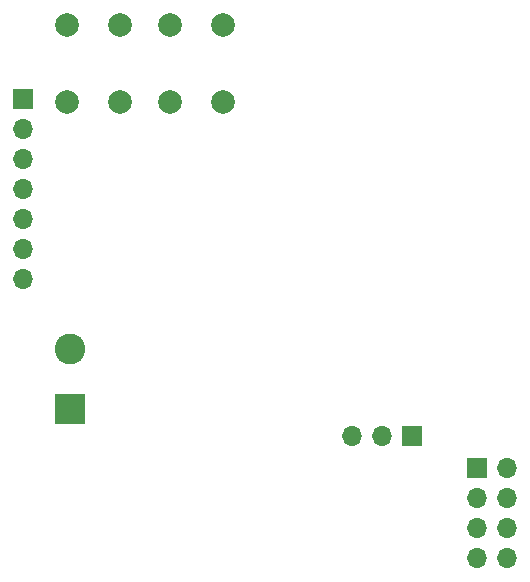
<source format=gbr>
G04 #@! TF.GenerationSoftware,KiCad,Pcbnew,(5.1.5)-3*
G04 #@! TF.CreationDate,2021-01-02T11:20:14+01:00*
G04 #@! TF.ProjectId,esp12Board,65737031-3242-46f6-9172-642e6b696361,rev?*
G04 #@! TF.SameCoordinates,Original*
G04 #@! TF.FileFunction,Copper,L2,Bot*
G04 #@! TF.FilePolarity,Positive*
%FSLAX46Y46*%
G04 Gerber Fmt 4.6, Leading zero omitted, Abs format (unit mm)*
G04 Created by KiCad (PCBNEW (5.1.5)-3) date 2021-01-02 11:20:14*
%MOMM*%
%LPD*%
G04 APERTURE LIST*
%ADD10C,2.600000*%
%ADD11R,2.600000X2.600000*%
%ADD12C,2.000000*%
%ADD13O,1.700000X1.700000*%
%ADD14R,1.700000X1.700000*%
G04 APERTURE END LIST*
D10*
X36000000Y-64170000D03*
D11*
X36000000Y-69250000D03*
D12*
X40250000Y-43250000D03*
X35750000Y-43250000D03*
X40250000Y-36750000D03*
X35750000Y-36750000D03*
X49000000Y-43250000D03*
X44500000Y-43250000D03*
X49000000Y-36750000D03*
X44500000Y-36750000D03*
D13*
X73040000Y-81870000D03*
X70500000Y-81870000D03*
X73040000Y-79330000D03*
X70500000Y-79330000D03*
X73040000Y-76790000D03*
X70500000Y-76790000D03*
X73040000Y-74250000D03*
D14*
X70500000Y-74250000D03*
D13*
X59920000Y-71500000D03*
X62460000Y-71500000D03*
D14*
X65000000Y-71500000D03*
D13*
X32000000Y-58240000D03*
X32000000Y-55700000D03*
X32000000Y-53160000D03*
X32000000Y-50620000D03*
X32000000Y-48080000D03*
X32000000Y-45540000D03*
D14*
X32000000Y-43000000D03*
M02*

</source>
